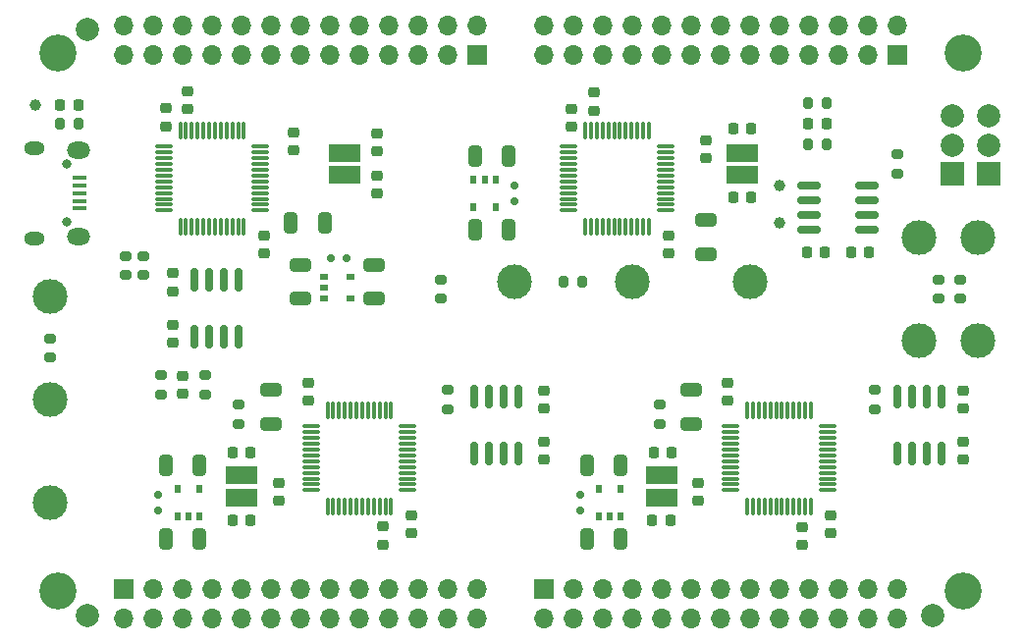
<source format=gbr>
G04 #@! TF.GenerationSoftware,KiCad,Pcbnew,7.0.10*
G04 #@! TF.CreationDate,2024-04-23T17:25:28+09:00*
G04 #@! TF.ProjectId,ramn,72616d6e-2e6b-4696-9361-645f70636258,rev?*
G04 #@! TF.SameCoordinates,Original*
G04 #@! TF.FileFunction,Soldermask,Top*
G04 #@! TF.FilePolarity,Negative*
%FSLAX46Y46*%
G04 Gerber Fmt 4.6, Leading zero omitted, Abs format (unit mm)*
G04 Created by KiCad (PCBNEW 7.0.10) date 2024-04-23 17:25:28*
%MOMM*%
%LPD*%
G01*
G04 APERTURE LIST*
G04 Aperture macros list*
%AMRoundRect*
0 Rectangle with rounded corners*
0 $1 Rounding radius*
0 $2 $3 $4 $5 $6 $7 $8 $9 X,Y pos of 4 corners*
0 Add a 4 corners polygon primitive as box body*
4,1,4,$2,$3,$4,$5,$6,$7,$8,$9,$2,$3,0*
0 Add four circle primitives for the rounded corners*
1,1,$1+$1,$2,$3*
1,1,$1+$1,$4,$5*
1,1,$1+$1,$6,$7*
1,1,$1+$1,$8,$9*
0 Add four rect primitives between the rounded corners*
20,1,$1+$1,$2,$3,$4,$5,0*
20,1,$1+$1,$4,$5,$6,$7,0*
20,1,$1+$1,$6,$7,$8,$9,0*
20,1,$1+$1,$8,$9,$2,$3,0*%
G04 Aperture macros list end*
%ADD10RoundRect,0.225000X0.250000X-0.225000X0.250000X0.225000X-0.250000X0.225000X-0.250000X-0.225000X0*%
%ADD11RoundRect,0.225000X-0.250000X0.225000X-0.250000X-0.225000X0.250000X-0.225000X0.250000X0.225000X0*%
%ADD12RoundRect,0.200000X-0.275000X0.200000X-0.275000X-0.200000X0.275000X-0.200000X0.275000X0.200000X0*%
%ADD13R,2.700000X1.500000*%
%ADD14C,3.000000*%
%ADD15RoundRect,0.250000X-0.325000X-0.650000X0.325000X-0.650000X0.325000X0.650000X-0.325000X0.650000X0*%
%ADD16RoundRect,0.150000X-0.150000X0.825000X-0.150000X-0.825000X0.150000X-0.825000X0.150000X0.825000X0*%
%ADD17R,0.510000X0.700000*%
%ADD18RoundRect,0.225000X0.225000X0.250000X-0.225000X0.250000X-0.225000X-0.250000X0.225000X-0.250000X0*%
%ADD19RoundRect,0.225000X-0.225000X-0.250000X0.225000X-0.250000X0.225000X0.250000X-0.225000X0.250000X0*%
%ADD20RoundRect,0.250000X-0.650000X0.325000X-0.650000X-0.325000X0.650000X-0.325000X0.650000X0.325000X0*%
%ADD21RoundRect,0.250000X0.325000X0.650000X-0.325000X0.650000X-0.325000X-0.650000X0.325000X-0.650000X0*%
%ADD22RoundRect,0.150000X-0.825000X-0.150000X0.825000X-0.150000X0.825000X0.150000X-0.825000X0.150000X0*%
%ADD23RoundRect,0.075000X0.662500X0.075000X-0.662500X0.075000X-0.662500X-0.075000X0.662500X-0.075000X0*%
%ADD24RoundRect,0.075000X0.075000X0.662500X-0.075000X0.662500X-0.075000X-0.662500X0.075000X-0.662500X0*%
%ADD25RoundRect,0.200000X0.275000X-0.200000X0.275000X0.200000X-0.275000X0.200000X-0.275000X-0.200000X0*%
%ADD26RoundRect,0.250000X0.650000X-0.325000X0.650000X0.325000X-0.650000X0.325000X-0.650000X-0.325000X0*%
%ADD27RoundRect,0.150000X0.150000X-0.825000X0.150000X0.825000X-0.150000X0.825000X-0.150000X-0.825000X0*%
%ADD28C,3.200000*%
%ADD29RoundRect,0.200000X-0.200000X-0.275000X0.200000X-0.275000X0.200000X0.275000X-0.200000X0.275000X0*%
%ADD30R,1.700000X1.700000*%
%ADD31O,1.700000X1.700000*%
%ADD32RoundRect,0.075000X-0.662500X-0.075000X0.662500X-0.075000X0.662500X0.075000X-0.662500X0.075000X0*%
%ADD33RoundRect,0.075000X-0.075000X-0.662500X0.075000X-0.662500X0.075000X0.662500X-0.075000X0.662500X0*%
%ADD34O,0.800000X0.800000*%
%ADD35R,1.300000X0.450000*%
%ADD36O,1.800000X1.150000*%
%ADD37O,2.000000X1.450000*%
%ADD38RoundRect,0.200000X0.200000X0.275000X-0.200000X0.275000X-0.200000X-0.275000X0.200000X-0.275000X0*%
%ADD39C,1.000000*%
%ADD40C,2.000000*%
%ADD41R,0.700000X0.510000*%
%ADD42RoundRect,0.150000X0.150000X0.200000X-0.150000X0.200000X-0.150000X-0.200000X0.150000X-0.200000X0*%
%ADD43RoundRect,0.150000X-0.200000X0.150000X-0.200000X-0.150000X0.200000X-0.150000X0.200000X0.150000X0*%
%ADD44RoundRect,0.150000X0.200000X-0.150000X0.200000X0.150000X-0.200000X0.150000X-0.200000X-0.150000X0*%
%ADD45R,2.000000X2.000000*%
G04 APERTURE END LIST*
D10*
X55245000Y-76340000D03*
X55245000Y-74790000D03*
D11*
X72009000Y-53920000D03*
X72009000Y-55470000D03*
D12*
X57150000Y-74740000D03*
X57150000Y-76390000D03*
D10*
X72009000Y-59110000D03*
X72009000Y-57560000D03*
D13*
X69215000Y-57465000D03*
X69215000Y-55565000D03*
D11*
X54356000Y-70406000D03*
X54356000Y-71956000D03*
D10*
X64770000Y-55385000D03*
X64770000Y-53835000D03*
D14*
X43815000Y-76835000D03*
D15*
X64565000Y-61595000D03*
X67515000Y-61595000D03*
D10*
X53800000Y-53275000D03*
X53800000Y-51725000D03*
D16*
X60071000Y-66486000D03*
X58801000Y-66486000D03*
X57531000Y-66486000D03*
X56261000Y-66486000D03*
X56261000Y-71436000D03*
X57531000Y-71436000D03*
X58801000Y-71436000D03*
X60071000Y-71436000D03*
D11*
X86360000Y-80505000D03*
X86360000Y-82055000D03*
X74930000Y-86855000D03*
X74930000Y-88405000D03*
D17*
X54803000Y-86885000D03*
X55753000Y-86885000D03*
X56703000Y-86885000D03*
X56703000Y-84565000D03*
X54803000Y-84565000D03*
D15*
X53770000Y-88900000D03*
X56720000Y-88900000D03*
X53770000Y-82550000D03*
X56720000Y-82550000D03*
D18*
X114440000Y-64135000D03*
X112890000Y-64135000D03*
X110630000Y-64135000D03*
X109080000Y-64135000D03*
D19*
X102730000Y-53467000D03*
X104280000Y-53467000D03*
D20*
X100330000Y-61390000D03*
X100330000Y-64340000D03*
D10*
X100330000Y-56020000D03*
X100330000Y-54470000D03*
X88798400Y-53302200D03*
X88798400Y-51752200D03*
D11*
X97155000Y-62725000D03*
X97155000Y-64275000D03*
D21*
X83390000Y-55880000D03*
X80440000Y-55880000D03*
X83390000Y-62230000D03*
X80440000Y-62230000D03*
D22*
X109285000Y-58420000D03*
X109285000Y-59690000D03*
X109285000Y-60960000D03*
X109285000Y-62230000D03*
X114235000Y-62230000D03*
X114235000Y-60960000D03*
X114235000Y-59690000D03*
X114235000Y-58420000D03*
D23*
X96872500Y-60535000D03*
X96872500Y-60035000D03*
X96872500Y-59535000D03*
X96872500Y-59035000D03*
X96872500Y-58535000D03*
X96872500Y-58035000D03*
X96872500Y-57535000D03*
X96872500Y-57035000D03*
X96872500Y-56535000D03*
X96872500Y-56035000D03*
X96872500Y-55535000D03*
X96872500Y-55035000D03*
D24*
X95460000Y-53622500D03*
X94960000Y-53622500D03*
X94460000Y-53622500D03*
X93960000Y-53622500D03*
X93460000Y-53622500D03*
X92960000Y-53622500D03*
X92460000Y-53622500D03*
X91960000Y-53622500D03*
X91460000Y-53622500D03*
X90960000Y-53622500D03*
X90460000Y-53622500D03*
X89960000Y-53622500D03*
D23*
X88547500Y-55035000D03*
X88547500Y-55535000D03*
X88547500Y-56035000D03*
X88547500Y-56535000D03*
X88547500Y-57035000D03*
X88547500Y-57535000D03*
X88547500Y-58035000D03*
X88547500Y-58535000D03*
X88547500Y-59035000D03*
X88547500Y-59535000D03*
X88547500Y-60035000D03*
X88547500Y-60535000D03*
D24*
X89960000Y-61947500D03*
X90460000Y-61947500D03*
X90960000Y-61947500D03*
X91460000Y-61947500D03*
X91960000Y-61947500D03*
X92460000Y-61947500D03*
X92960000Y-61947500D03*
X93460000Y-61947500D03*
X93960000Y-61947500D03*
X94460000Y-61947500D03*
X94960000Y-61947500D03*
X95460000Y-61947500D03*
D17*
X82230000Y-57895000D03*
X81280000Y-57895000D03*
X80330000Y-57895000D03*
X80330000Y-60215000D03*
X82230000Y-60215000D03*
D13*
X103505000Y-57465000D03*
X103505000Y-55565000D03*
D20*
X65405000Y-65217000D03*
X65405000Y-68167000D03*
D25*
X53340000Y-76390000D03*
X53340000Y-74740000D03*
D14*
X93980000Y-66675000D03*
D11*
X99695000Y-84061000D03*
X99695000Y-85611000D03*
X111125000Y-86855000D03*
X111125000Y-88405000D03*
D26*
X62865000Y-78945000D03*
X62865000Y-75995000D03*
D27*
X80405000Y-81535000D03*
X81675000Y-81535000D03*
X82945000Y-81535000D03*
X84215000Y-81535000D03*
X84215000Y-76585000D03*
X82945000Y-76585000D03*
X81675000Y-76585000D03*
X80405000Y-76585000D03*
D26*
X99060000Y-78945000D03*
X99060000Y-75995000D03*
D15*
X90092000Y-82550000D03*
X93042000Y-82550000D03*
D17*
X91125000Y-86885000D03*
X92075000Y-86885000D03*
X93025000Y-86885000D03*
X93025000Y-84565000D03*
X91125000Y-84565000D03*
D18*
X61100000Y-87249000D03*
X59550000Y-87249000D03*
X97447500Y-81407000D03*
X95897500Y-81407000D03*
D11*
X63500000Y-84061000D03*
X63500000Y-85611000D03*
D18*
X97295000Y-87249000D03*
X95745000Y-87249000D03*
D28*
X44450000Y-93345000D03*
D18*
X110757000Y-53086000D03*
X109207000Y-53086000D03*
D29*
X109157000Y-51308000D03*
X110807000Y-51308000D03*
D28*
X122555000Y-46990000D03*
D11*
X122555000Y-80505000D03*
X122555000Y-82055000D03*
D27*
X116840000Y-81535000D03*
X118110000Y-81535000D03*
X119380000Y-81535000D03*
X120650000Y-81535000D03*
X120650000Y-76585000D03*
X119380000Y-76585000D03*
X118110000Y-76585000D03*
X116840000Y-76585000D03*
D14*
X43815000Y-67945000D03*
D30*
X86360000Y-93218000D03*
D31*
X86360000Y-95758000D03*
X88900000Y-93218000D03*
X88900000Y-95758000D03*
X91440000Y-93218000D03*
X91440000Y-95758000D03*
X93980000Y-93218000D03*
X93980000Y-95758000D03*
X96520000Y-93218000D03*
X96520000Y-95758000D03*
X99060000Y-93218000D03*
X99060000Y-95758000D03*
X101600000Y-93218000D03*
X101600000Y-95758000D03*
X104140000Y-93218000D03*
X104140000Y-95758000D03*
X106680000Y-93218000D03*
X106680000Y-95758000D03*
X109220000Y-93218000D03*
X109220000Y-95758000D03*
X111760000Y-93218000D03*
X111760000Y-95758000D03*
X114300000Y-93218000D03*
X114300000Y-95758000D03*
X116840000Y-93218000D03*
X116840000Y-95758000D03*
D30*
X80645000Y-47117000D03*
D31*
X80645000Y-44577000D03*
X78105000Y-47117000D03*
X78105000Y-44577000D03*
X75565000Y-47117000D03*
X75565000Y-44577000D03*
X73025000Y-47117000D03*
X73025000Y-44577000D03*
X70485000Y-47117000D03*
X70485000Y-44577000D03*
X67945000Y-47117000D03*
X67945000Y-44577000D03*
X65405000Y-47117000D03*
X65405000Y-44577000D03*
X62865000Y-47117000D03*
X62865000Y-44577000D03*
X60325000Y-47117000D03*
X60325000Y-44577000D03*
X57785000Y-47117000D03*
X57785000Y-44577000D03*
X55245000Y-47117000D03*
X55245000Y-44577000D03*
X52705000Y-47117000D03*
X52705000Y-44577000D03*
X50165000Y-47117000D03*
X50165000Y-44577000D03*
D30*
X50165000Y-93218000D03*
D31*
X50165000Y-95758000D03*
X52705000Y-93218000D03*
X52705000Y-95758000D03*
X55245000Y-93218000D03*
X55245000Y-95758000D03*
X57785000Y-93218000D03*
X57785000Y-95758000D03*
X60325000Y-93218000D03*
X60325000Y-95758000D03*
X62865000Y-93218000D03*
X62865000Y-95758000D03*
X65405000Y-93218000D03*
X65405000Y-95758000D03*
X67945000Y-93218000D03*
X67945000Y-95758000D03*
X70485000Y-93218000D03*
X70485000Y-95758000D03*
X73025000Y-93218000D03*
X73025000Y-95758000D03*
X75565000Y-93218000D03*
X75565000Y-95758000D03*
X78105000Y-93218000D03*
X78105000Y-95758000D03*
X80645000Y-93218000D03*
X80645000Y-95758000D03*
D30*
X116840000Y-47117000D03*
D31*
X116840000Y-44577000D03*
X114300000Y-47117000D03*
X114300000Y-44577000D03*
X111760000Y-47117000D03*
X111760000Y-44577000D03*
X109220000Y-47117000D03*
X109220000Y-44577000D03*
X106680000Y-47117000D03*
X106680000Y-44577000D03*
X104140000Y-47117000D03*
X104140000Y-44577000D03*
X101600000Y-47117000D03*
X101600000Y-44577000D03*
X99060000Y-47117000D03*
X99060000Y-44577000D03*
X96520000Y-47117000D03*
X96520000Y-44577000D03*
X93980000Y-47117000D03*
X93980000Y-44577000D03*
X91440000Y-47117000D03*
X91440000Y-44577000D03*
X88900000Y-47117000D03*
X88900000Y-44577000D03*
X86360000Y-47117000D03*
X86360000Y-44577000D03*
D14*
X43815000Y-85725000D03*
D32*
X102517500Y-79165000D03*
X102517500Y-79665000D03*
X102517500Y-80165000D03*
X102517500Y-80665000D03*
X102517500Y-81165000D03*
X102517500Y-81665000D03*
X102517500Y-82165000D03*
X102517500Y-82665000D03*
X102517500Y-83165000D03*
X102517500Y-83665000D03*
X102517500Y-84165000D03*
X102517500Y-84665000D03*
D33*
X103930000Y-86077500D03*
X104430000Y-86077500D03*
X104930000Y-86077500D03*
X105430000Y-86077500D03*
X105930000Y-86077500D03*
X106430000Y-86077500D03*
X106930000Y-86077500D03*
X107430000Y-86077500D03*
X107930000Y-86077500D03*
X108430000Y-86077500D03*
X108930000Y-86077500D03*
X109430000Y-86077500D03*
D32*
X110842500Y-84665000D03*
X110842500Y-84165000D03*
X110842500Y-83665000D03*
X110842500Y-83165000D03*
X110842500Y-82665000D03*
X110842500Y-82165000D03*
X110842500Y-81665000D03*
X110842500Y-81165000D03*
X110842500Y-80665000D03*
X110842500Y-80165000D03*
X110842500Y-79665000D03*
X110842500Y-79165000D03*
D33*
X109430000Y-77752500D03*
X108930000Y-77752500D03*
X108430000Y-77752500D03*
X107930000Y-77752500D03*
X107430000Y-77752500D03*
X106930000Y-77752500D03*
X106430000Y-77752500D03*
X105930000Y-77752500D03*
X105430000Y-77752500D03*
X104930000Y-77752500D03*
X104430000Y-77752500D03*
X103930000Y-77752500D03*
D34*
X45250000Y-56555000D03*
X45250000Y-61555000D03*
D35*
X46350000Y-57755000D03*
X46350000Y-58405000D03*
X46350000Y-59055000D03*
X46350000Y-59705000D03*
X46350000Y-60355000D03*
D36*
X42500000Y-55180000D03*
D37*
X46300000Y-55330000D03*
X46300000Y-62780000D03*
D36*
X42500000Y-62930000D03*
D23*
X61947500Y-60535000D03*
X61947500Y-60035000D03*
X61947500Y-59535000D03*
X61947500Y-59035000D03*
X61947500Y-58535000D03*
X61947500Y-58035000D03*
X61947500Y-57535000D03*
X61947500Y-57035000D03*
X61947500Y-56535000D03*
X61947500Y-56035000D03*
X61947500Y-55535000D03*
X61947500Y-55035000D03*
D24*
X60535000Y-53622500D03*
X60035000Y-53622500D03*
X59535000Y-53622500D03*
X59035000Y-53622500D03*
X58535000Y-53622500D03*
X58035000Y-53622500D03*
X57535000Y-53622500D03*
X57035000Y-53622500D03*
X56535000Y-53622500D03*
X56035000Y-53622500D03*
X55535000Y-53622500D03*
X55035000Y-53622500D03*
D23*
X53622500Y-55035000D03*
X53622500Y-55535000D03*
X53622500Y-56035000D03*
X53622500Y-56535000D03*
X53622500Y-57035000D03*
X53622500Y-57535000D03*
X53622500Y-58035000D03*
X53622500Y-58535000D03*
X53622500Y-59035000D03*
X53622500Y-59535000D03*
X53622500Y-60035000D03*
X53622500Y-60535000D03*
D24*
X55035000Y-61947500D03*
X55535000Y-61947500D03*
X56035000Y-61947500D03*
X56535000Y-61947500D03*
X57035000Y-61947500D03*
X57535000Y-61947500D03*
X58035000Y-61947500D03*
X58535000Y-61947500D03*
X59035000Y-61947500D03*
X59535000Y-61947500D03*
X60035000Y-61947500D03*
X60535000Y-61947500D03*
D11*
X62230000Y-62725000D03*
X62230000Y-64275000D03*
D14*
X118745000Y-71755000D03*
D25*
X96393000Y-78930000D03*
X96393000Y-77280000D03*
D12*
X77470000Y-66485000D03*
X77470000Y-68135000D03*
D28*
X122555000Y-93345000D03*
D12*
X78105000Y-76010000D03*
X78105000Y-77660000D03*
D14*
X123825000Y-62865000D03*
D12*
X122301000Y-66485000D03*
X122301000Y-68135000D03*
D25*
X43815000Y-73215000D03*
X43815000Y-71565000D03*
D20*
X71755000Y-65217000D03*
X71755000Y-68167000D03*
D32*
X66322500Y-79165000D03*
X66322500Y-79665000D03*
X66322500Y-80165000D03*
X66322500Y-80665000D03*
X66322500Y-81165000D03*
X66322500Y-81665000D03*
X66322500Y-82165000D03*
X66322500Y-82665000D03*
X66322500Y-83165000D03*
X66322500Y-83665000D03*
X66322500Y-84165000D03*
X66322500Y-84665000D03*
D33*
X67735000Y-86077500D03*
X68235000Y-86077500D03*
X68735000Y-86077500D03*
X69235000Y-86077500D03*
X69735000Y-86077500D03*
X70235000Y-86077500D03*
X70735000Y-86077500D03*
X71235000Y-86077500D03*
X71735000Y-86077500D03*
X72235000Y-86077500D03*
X72735000Y-86077500D03*
X73235000Y-86077500D03*
D32*
X74647500Y-84665000D03*
X74647500Y-84165000D03*
X74647500Y-83665000D03*
X74647500Y-83165000D03*
X74647500Y-82665000D03*
X74647500Y-82165000D03*
X74647500Y-81665000D03*
X74647500Y-81165000D03*
X74647500Y-80665000D03*
X74647500Y-80165000D03*
X74647500Y-79665000D03*
X74647500Y-79165000D03*
D33*
X73235000Y-77752500D03*
X72735000Y-77752500D03*
X72235000Y-77752500D03*
X71735000Y-77752500D03*
X71235000Y-77752500D03*
X70735000Y-77752500D03*
X70235000Y-77752500D03*
X69735000Y-77752500D03*
X69235000Y-77752500D03*
X68735000Y-77752500D03*
X68235000Y-77752500D03*
X67735000Y-77752500D03*
D13*
X96520000Y-83378000D03*
X96520000Y-85278000D03*
D14*
X123825000Y-71755000D03*
X118745000Y-62865000D03*
X104140000Y-66675000D03*
X83820000Y-66675000D03*
D38*
X89725000Y-66675000D03*
X88075000Y-66675000D03*
D12*
X120396000Y-66485000D03*
X120396000Y-68135000D03*
D25*
X51816000Y-66103000D03*
X51816000Y-64453000D03*
D12*
X50292000Y-64453000D03*
X50292000Y-66103000D03*
D28*
X44450000Y-46990000D03*
D39*
X42545000Y-51435000D03*
D40*
X46990000Y-95504000D03*
X119888000Y-95504000D03*
D39*
X106680000Y-58420000D03*
D10*
X122555000Y-77610000D03*
X122555000Y-76060000D03*
D25*
X116840000Y-57340000D03*
X116840000Y-55690000D03*
D19*
X102730000Y-59436000D03*
X104280000Y-59436000D03*
D41*
X67420000Y-66233000D03*
X67420000Y-67183000D03*
X67420000Y-68133000D03*
X69740000Y-68133000D03*
X69740000Y-66233000D03*
D40*
X46990000Y-44958000D03*
D42*
X68007000Y-64643000D03*
X69407000Y-64643000D03*
D43*
X53086000Y-86425000D03*
X53086000Y-85025000D03*
D44*
X83820000Y-58355000D03*
X83820000Y-59755000D03*
D19*
X44691000Y-51435000D03*
X46241000Y-51435000D03*
D29*
X44641000Y-53086000D03*
X46291000Y-53086000D03*
D45*
X121614000Y-57404000D03*
X124714000Y-57404000D03*
D40*
X121614000Y-54904000D03*
X124714000Y-54904000D03*
X121614000Y-52404000D03*
X124714000Y-52404000D03*
D10*
X66040000Y-76975000D03*
X66040000Y-75425000D03*
D18*
X61100000Y-81407000D03*
X59550000Y-81407000D03*
D13*
X60325000Y-83378000D03*
X60325000Y-85278000D03*
D25*
X60071000Y-78930000D03*
X60071000Y-77280000D03*
D10*
X54356000Y-67516000D03*
X54356000Y-65966000D03*
D15*
X90092000Y-88900000D03*
X93042000Y-88900000D03*
D43*
X89535000Y-86425000D03*
X89535000Y-85025000D03*
D38*
X110807000Y-54864000D03*
X109157000Y-54864000D03*
D12*
X114935000Y-76010000D03*
X114935000Y-77660000D03*
D39*
X106680000Y-61595000D03*
D11*
X86360000Y-76060000D03*
X86360000Y-77610000D03*
D10*
X102235000Y-76975000D03*
X102235000Y-75425000D03*
X55700000Y-51800000D03*
X55700000Y-50250000D03*
D11*
X72500000Y-87800000D03*
X72500000Y-89350000D03*
D10*
X90678000Y-51917600D03*
X90678000Y-50367600D03*
D11*
X108700000Y-87825000D03*
X108700000Y-89375000D03*
M02*

</source>
